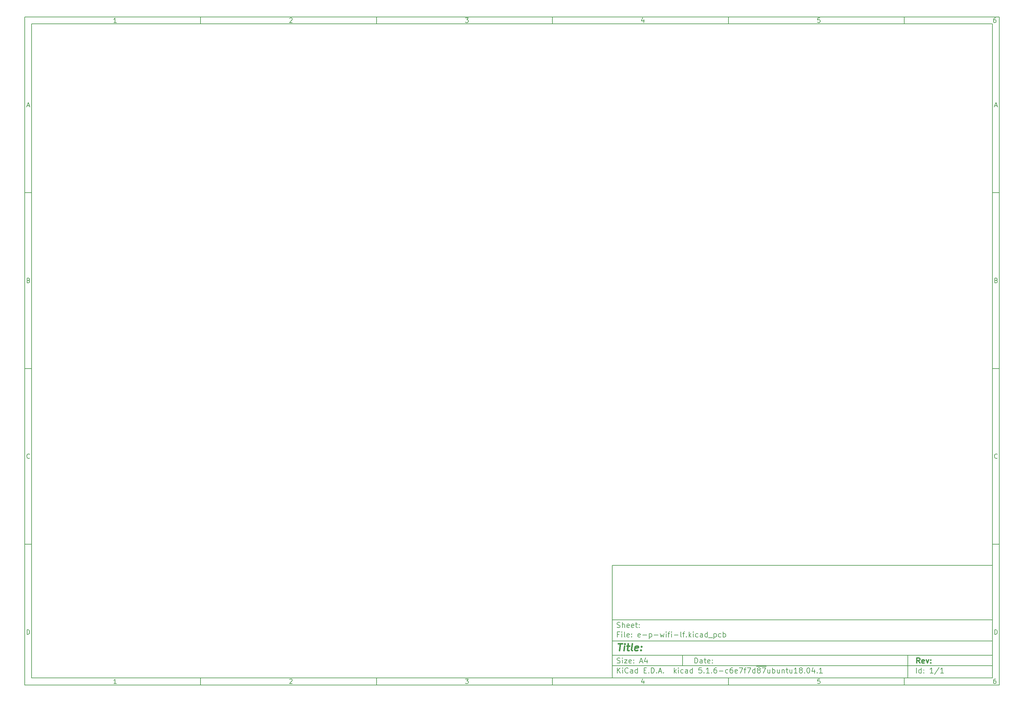
<source format=gbr>
%TF.GenerationSoftware,KiCad,Pcbnew,5.1.6-c6e7f7d~87~ubuntu18.04.1*%
%TF.CreationDate,2022-01-03T17:12:36+01:00*%
%TF.ProjectId,e-p-wifi-lf,652d702d-7769-4666-992d-6c662e6b6963,rev?*%
%TF.SameCoordinates,Original*%
%TF.FileFunction,Paste,Top*%
%TF.FilePolarity,Positive*%
%FSLAX46Y46*%
G04 Gerber Fmt 4.6, Leading zero omitted, Abs format (unit mm)*
G04 Created by KiCad (PCBNEW 5.1.6-c6e7f7d~87~ubuntu18.04.1) date 2022-01-03 17:12:36*
%MOMM*%
%LPD*%
G01*
G04 APERTURE LIST*
%ADD10C,0.100000*%
%ADD11C,0.150000*%
%ADD12C,0.300000*%
%ADD13C,0.400000*%
G04 APERTURE END LIST*
D10*
D11*
X177002200Y-166007200D02*
X177002200Y-198007200D01*
X285002200Y-198007200D01*
X285002200Y-166007200D01*
X177002200Y-166007200D01*
D10*
D11*
X10000000Y-10000000D02*
X10000000Y-200007200D01*
X287002200Y-200007200D01*
X287002200Y-10000000D01*
X10000000Y-10000000D01*
D10*
D11*
X12000000Y-12000000D02*
X12000000Y-198007200D01*
X285002200Y-198007200D01*
X285002200Y-12000000D01*
X12000000Y-12000000D01*
D10*
D11*
X60000000Y-12000000D02*
X60000000Y-10000000D01*
D10*
D11*
X110000000Y-12000000D02*
X110000000Y-10000000D01*
D10*
D11*
X160000000Y-12000000D02*
X160000000Y-10000000D01*
D10*
D11*
X210000000Y-12000000D02*
X210000000Y-10000000D01*
D10*
D11*
X260000000Y-12000000D02*
X260000000Y-10000000D01*
D10*
D11*
X36065476Y-11588095D02*
X35322619Y-11588095D01*
X35694047Y-11588095D02*
X35694047Y-10288095D01*
X35570238Y-10473809D01*
X35446428Y-10597619D01*
X35322619Y-10659523D01*
D10*
D11*
X85322619Y-10411904D02*
X85384523Y-10350000D01*
X85508333Y-10288095D01*
X85817857Y-10288095D01*
X85941666Y-10350000D01*
X86003571Y-10411904D01*
X86065476Y-10535714D01*
X86065476Y-10659523D01*
X86003571Y-10845238D01*
X85260714Y-11588095D01*
X86065476Y-11588095D01*
D10*
D11*
X135260714Y-10288095D02*
X136065476Y-10288095D01*
X135632142Y-10783333D01*
X135817857Y-10783333D01*
X135941666Y-10845238D01*
X136003571Y-10907142D01*
X136065476Y-11030952D01*
X136065476Y-11340476D01*
X136003571Y-11464285D01*
X135941666Y-11526190D01*
X135817857Y-11588095D01*
X135446428Y-11588095D01*
X135322619Y-11526190D01*
X135260714Y-11464285D01*
D10*
D11*
X185941666Y-10721428D02*
X185941666Y-11588095D01*
X185632142Y-10226190D02*
X185322619Y-11154761D01*
X186127380Y-11154761D01*
D10*
D11*
X236003571Y-10288095D02*
X235384523Y-10288095D01*
X235322619Y-10907142D01*
X235384523Y-10845238D01*
X235508333Y-10783333D01*
X235817857Y-10783333D01*
X235941666Y-10845238D01*
X236003571Y-10907142D01*
X236065476Y-11030952D01*
X236065476Y-11340476D01*
X236003571Y-11464285D01*
X235941666Y-11526190D01*
X235817857Y-11588095D01*
X235508333Y-11588095D01*
X235384523Y-11526190D01*
X235322619Y-11464285D01*
D10*
D11*
X285941666Y-10288095D02*
X285694047Y-10288095D01*
X285570238Y-10350000D01*
X285508333Y-10411904D01*
X285384523Y-10597619D01*
X285322619Y-10845238D01*
X285322619Y-11340476D01*
X285384523Y-11464285D01*
X285446428Y-11526190D01*
X285570238Y-11588095D01*
X285817857Y-11588095D01*
X285941666Y-11526190D01*
X286003571Y-11464285D01*
X286065476Y-11340476D01*
X286065476Y-11030952D01*
X286003571Y-10907142D01*
X285941666Y-10845238D01*
X285817857Y-10783333D01*
X285570238Y-10783333D01*
X285446428Y-10845238D01*
X285384523Y-10907142D01*
X285322619Y-11030952D01*
D10*
D11*
X60000000Y-198007200D02*
X60000000Y-200007200D01*
D10*
D11*
X110000000Y-198007200D02*
X110000000Y-200007200D01*
D10*
D11*
X160000000Y-198007200D02*
X160000000Y-200007200D01*
D10*
D11*
X210000000Y-198007200D02*
X210000000Y-200007200D01*
D10*
D11*
X260000000Y-198007200D02*
X260000000Y-200007200D01*
D10*
D11*
X36065476Y-199595295D02*
X35322619Y-199595295D01*
X35694047Y-199595295D02*
X35694047Y-198295295D01*
X35570238Y-198481009D01*
X35446428Y-198604819D01*
X35322619Y-198666723D01*
D10*
D11*
X85322619Y-198419104D02*
X85384523Y-198357200D01*
X85508333Y-198295295D01*
X85817857Y-198295295D01*
X85941666Y-198357200D01*
X86003571Y-198419104D01*
X86065476Y-198542914D01*
X86065476Y-198666723D01*
X86003571Y-198852438D01*
X85260714Y-199595295D01*
X86065476Y-199595295D01*
D10*
D11*
X135260714Y-198295295D02*
X136065476Y-198295295D01*
X135632142Y-198790533D01*
X135817857Y-198790533D01*
X135941666Y-198852438D01*
X136003571Y-198914342D01*
X136065476Y-199038152D01*
X136065476Y-199347676D01*
X136003571Y-199471485D01*
X135941666Y-199533390D01*
X135817857Y-199595295D01*
X135446428Y-199595295D01*
X135322619Y-199533390D01*
X135260714Y-199471485D01*
D10*
D11*
X185941666Y-198728628D02*
X185941666Y-199595295D01*
X185632142Y-198233390D02*
X185322619Y-199161961D01*
X186127380Y-199161961D01*
D10*
D11*
X236003571Y-198295295D02*
X235384523Y-198295295D01*
X235322619Y-198914342D01*
X235384523Y-198852438D01*
X235508333Y-198790533D01*
X235817857Y-198790533D01*
X235941666Y-198852438D01*
X236003571Y-198914342D01*
X236065476Y-199038152D01*
X236065476Y-199347676D01*
X236003571Y-199471485D01*
X235941666Y-199533390D01*
X235817857Y-199595295D01*
X235508333Y-199595295D01*
X235384523Y-199533390D01*
X235322619Y-199471485D01*
D10*
D11*
X285941666Y-198295295D02*
X285694047Y-198295295D01*
X285570238Y-198357200D01*
X285508333Y-198419104D01*
X285384523Y-198604819D01*
X285322619Y-198852438D01*
X285322619Y-199347676D01*
X285384523Y-199471485D01*
X285446428Y-199533390D01*
X285570238Y-199595295D01*
X285817857Y-199595295D01*
X285941666Y-199533390D01*
X286003571Y-199471485D01*
X286065476Y-199347676D01*
X286065476Y-199038152D01*
X286003571Y-198914342D01*
X285941666Y-198852438D01*
X285817857Y-198790533D01*
X285570238Y-198790533D01*
X285446428Y-198852438D01*
X285384523Y-198914342D01*
X285322619Y-199038152D01*
D10*
D11*
X10000000Y-60000000D02*
X12000000Y-60000000D01*
D10*
D11*
X10000000Y-110000000D02*
X12000000Y-110000000D01*
D10*
D11*
X10000000Y-160000000D02*
X12000000Y-160000000D01*
D10*
D11*
X10690476Y-35216666D02*
X11309523Y-35216666D01*
X10566666Y-35588095D02*
X11000000Y-34288095D01*
X11433333Y-35588095D01*
D10*
D11*
X11092857Y-84907142D02*
X11278571Y-84969047D01*
X11340476Y-85030952D01*
X11402380Y-85154761D01*
X11402380Y-85340476D01*
X11340476Y-85464285D01*
X11278571Y-85526190D01*
X11154761Y-85588095D01*
X10659523Y-85588095D01*
X10659523Y-84288095D01*
X11092857Y-84288095D01*
X11216666Y-84350000D01*
X11278571Y-84411904D01*
X11340476Y-84535714D01*
X11340476Y-84659523D01*
X11278571Y-84783333D01*
X11216666Y-84845238D01*
X11092857Y-84907142D01*
X10659523Y-84907142D01*
D10*
D11*
X11402380Y-135464285D02*
X11340476Y-135526190D01*
X11154761Y-135588095D01*
X11030952Y-135588095D01*
X10845238Y-135526190D01*
X10721428Y-135402380D01*
X10659523Y-135278571D01*
X10597619Y-135030952D01*
X10597619Y-134845238D01*
X10659523Y-134597619D01*
X10721428Y-134473809D01*
X10845238Y-134350000D01*
X11030952Y-134288095D01*
X11154761Y-134288095D01*
X11340476Y-134350000D01*
X11402380Y-134411904D01*
D10*
D11*
X10659523Y-185588095D02*
X10659523Y-184288095D01*
X10969047Y-184288095D01*
X11154761Y-184350000D01*
X11278571Y-184473809D01*
X11340476Y-184597619D01*
X11402380Y-184845238D01*
X11402380Y-185030952D01*
X11340476Y-185278571D01*
X11278571Y-185402380D01*
X11154761Y-185526190D01*
X10969047Y-185588095D01*
X10659523Y-185588095D01*
D10*
D11*
X287002200Y-60000000D02*
X285002200Y-60000000D01*
D10*
D11*
X287002200Y-110000000D02*
X285002200Y-110000000D01*
D10*
D11*
X287002200Y-160000000D02*
X285002200Y-160000000D01*
D10*
D11*
X285692676Y-35216666D02*
X286311723Y-35216666D01*
X285568866Y-35588095D02*
X286002200Y-34288095D01*
X286435533Y-35588095D01*
D10*
D11*
X286095057Y-84907142D02*
X286280771Y-84969047D01*
X286342676Y-85030952D01*
X286404580Y-85154761D01*
X286404580Y-85340476D01*
X286342676Y-85464285D01*
X286280771Y-85526190D01*
X286156961Y-85588095D01*
X285661723Y-85588095D01*
X285661723Y-84288095D01*
X286095057Y-84288095D01*
X286218866Y-84350000D01*
X286280771Y-84411904D01*
X286342676Y-84535714D01*
X286342676Y-84659523D01*
X286280771Y-84783333D01*
X286218866Y-84845238D01*
X286095057Y-84907142D01*
X285661723Y-84907142D01*
D10*
D11*
X286404580Y-135464285D02*
X286342676Y-135526190D01*
X286156961Y-135588095D01*
X286033152Y-135588095D01*
X285847438Y-135526190D01*
X285723628Y-135402380D01*
X285661723Y-135278571D01*
X285599819Y-135030952D01*
X285599819Y-134845238D01*
X285661723Y-134597619D01*
X285723628Y-134473809D01*
X285847438Y-134350000D01*
X286033152Y-134288095D01*
X286156961Y-134288095D01*
X286342676Y-134350000D01*
X286404580Y-134411904D01*
D10*
D11*
X285661723Y-185588095D02*
X285661723Y-184288095D01*
X285971247Y-184288095D01*
X286156961Y-184350000D01*
X286280771Y-184473809D01*
X286342676Y-184597619D01*
X286404580Y-184845238D01*
X286404580Y-185030952D01*
X286342676Y-185278571D01*
X286280771Y-185402380D01*
X286156961Y-185526190D01*
X285971247Y-185588095D01*
X285661723Y-185588095D01*
D10*
D11*
X200434342Y-193785771D02*
X200434342Y-192285771D01*
X200791485Y-192285771D01*
X201005771Y-192357200D01*
X201148628Y-192500057D01*
X201220057Y-192642914D01*
X201291485Y-192928628D01*
X201291485Y-193142914D01*
X201220057Y-193428628D01*
X201148628Y-193571485D01*
X201005771Y-193714342D01*
X200791485Y-193785771D01*
X200434342Y-193785771D01*
X202577200Y-193785771D02*
X202577200Y-193000057D01*
X202505771Y-192857200D01*
X202362914Y-192785771D01*
X202077200Y-192785771D01*
X201934342Y-192857200D01*
X202577200Y-193714342D02*
X202434342Y-193785771D01*
X202077200Y-193785771D01*
X201934342Y-193714342D01*
X201862914Y-193571485D01*
X201862914Y-193428628D01*
X201934342Y-193285771D01*
X202077200Y-193214342D01*
X202434342Y-193214342D01*
X202577200Y-193142914D01*
X203077200Y-192785771D02*
X203648628Y-192785771D01*
X203291485Y-192285771D02*
X203291485Y-193571485D01*
X203362914Y-193714342D01*
X203505771Y-193785771D01*
X203648628Y-193785771D01*
X204720057Y-193714342D02*
X204577200Y-193785771D01*
X204291485Y-193785771D01*
X204148628Y-193714342D01*
X204077200Y-193571485D01*
X204077200Y-193000057D01*
X204148628Y-192857200D01*
X204291485Y-192785771D01*
X204577200Y-192785771D01*
X204720057Y-192857200D01*
X204791485Y-193000057D01*
X204791485Y-193142914D01*
X204077200Y-193285771D01*
X205434342Y-193642914D02*
X205505771Y-193714342D01*
X205434342Y-193785771D01*
X205362914Y-193714342D01*
X205434342Y-193642914D01*
X205434342Y-193785771D01*
X205434342Y-192857200D02*
X205505771Y-192928628D01*
X205434342Y-193000057D01*
X205362914Y-192928628D01*
X205434342Y-192857200D01*
X205434342Y-193000057D01*
D10*
D11*
X177002200Y-194507200D02*
X285002200Y-194507200D01*
D10*
D11*
X178434342Y-196585771D02*
X178434342Y-195085771D01*
X179291485Y-196585771D02*
X178648628Y-195728628D01*
X179291485Y-195085771D02*
X178434342Y-195942914D01*
X179934342Y-196585771D02*
X179934342Y-195585771D01*
X179934342Y-195085771D02*
X179862914Y-195157200D01*
X179934342Y-195228628D01*
X180005771Y-195157200D01*
X179934342Y-195085771D01*
X179934342Y-195228628D01*
X181505771Y-196442914D02*
X181434342Y-196514342D01*
X181220057Y-196585771D01*
X181077200Y-196585771D01*
X180862914Y-196514342D01*
X180720057Y-196371485D01*
X180648628Y-196228628D01*
X180577200Y-195942914D01*
X180577200Y-195728628D01*
X180648628Y-195442914D01*
X180720057Y-195300057D01*
X180862914Y-195157200D01*
X181077200Y-195085771D01*
X181220057Y-195085771D01*
X181434342Y-195157200D01*
X181505771Y-195228628D01*
X182791485Y-196585771D02*
X182791485Y-195800057D01*
X182720057Y-195657200D01*
X182577200Y-195585771D01*
X182291485Y-195585771D01*
X182148628Y-195657200D01*
X182791485Y-196514342D02*
X182648628Y-196585771D01*
X182291485Y-196585771D01*
X182148628Y-196514342D01*
X182077200Y-196371485D01*
X182077200Y-196228628D01*
X182148628Y-196085771D01*
X182291485Y-196014342D01*
X182648628Y-196014342D01*
X182791485Y-195942914D01*
X184148628Y-196585771D02*
X184148628Y-195085771D01*
X184148628Y-196514342D02*
X184005771Y-196585771D01*
X183720057Y-196585771D01*
X183577200Y-196514342D01*
X183505771Y-196442914D01*
X183434342Y-196300057D01*
X183434342Y-195871485D01*
X183505771Y-195728628D01*
X183577200Y-195657200D01*
X183720057Y-195585771D01*
X184005771Y-195585771D01*
X184148628Y-195657200D01*
X186005771Y-195800057D02*
X186505771Y-195800057D01*
X186720057Y-196585771D02*
X186005771Y-196585771D01*
X186005771Y-195085771D01*
X186720057Y-195085771D01*
X187362914Y-196442914D02*
X187434342Y-196514342D01*
X187362914Y-196585771D01*
X187291485Y-196514342D01*
X187362914Y-196442914D01*
X187362914Y-196585771D01*
X188077200Y-196585771D02*
X188077200Y-195085771D01*
X188434342Y-195085771D01*
X188648628Y-195157200D01*
X188791485Y-195300057D01*
X188862914Y-195442914D01*
X188934342Y-195728628D01*
X188934342Y-195942914D01*
X188862914Y-196228628D01*
X188791485Y-196371485D01*
X188648628Y-196514342D01*
X188434342Y-196585771D01*
X188077200Y-196585771D01*
X189577200Y-196442914D02*
X189648628Y-196514342D01*
X189577200Y-196585771D01*
X189505771Y-196514342D01*
X189577200Y-196442914D01*
X189577200Y-196585771D01*
X190220057Y-196157200D02*
X190934342Y-196157200D01*
X190077200Y-196585771D02*
X190577200Y-195085771D01*
X191077200Y-196585771D01*
X191577200Y-196442914D02*
X191648628Y-196514342D01*
X191577200Y-196585771D01*
X191505771Y-196514342D01*
X191577200Y-196442914D01*
X191577200Y-196585771D01*
X194577200Y-196585771D02*
X194577200Y-195085771D01*
X194720057Y-196014342D02*
X195148628Y-196585771D01*
X195148628Y-195585771D02*
X194577200Y-196157200D01*
X195791485Y-196585771D02*
X195791485Y-195585771D01*
X195791485Y-195085771D02*
X195720057Y-195157200D01*
X195791485Y-195228628D01*
X195862914Y-195157200D01*
X195791485Y-195085771D01*
X195791485Y-195228628D01*
X197148628Y-196514342D02*
X197005771Y-196585771D01*
X196720057Y-196585771D01*
X196577200Y-196514342D01*
X196505771Y-196442914D01*
X196434342Y-196300057D01*
X196434342Y-195871485D01*
X196505771Y-195728628D01*
X196577200Y-195657200D01*
X196720057Y-195585771D01*
X197005771Y-195585771D01*
X197148628Y-195657200D01*
X198434342Y-196585771D02*
X198434342Y-195800057D01*
X198362914Y-195657200D01*
X198220057Y-195585771D01*
X197934342Y-195585771D01*
X197791485Y-195657200D01*
X198434342Y-196514342D02*
X198291485Y-196585771D01*
X197934342Y-196585771D01*
X197791485Y-196514342D01*
X197720057Y-196371485D01*
X197720057Y-196228628D01*
X197791485Y-196085771D01*
X197934342Y-196014342D01*
X198291485Y-196014342D01*
X198434342Y-195942914D01*
X199791485Y-196585771D02*
X199791485Y-195085771D01*
X199791485Y-196514342D02*
X199648628Y-196585771D01*
X199362914Y-196585771D01*
X199220057Y-196514342D01*
X199148628Y-196442914D01*
X199077200Y-196300057D01*
X199077200Y-195871485D01*
X199148628Y-195728628D01*
X199220057Y-195657200D01*
X199362914Y-195585771D01*
X199648628Y-195585771D01*
X199791485Y-195657200D01*
X202362914Y-195085771D02*
X201648628Y-195085771D01*
X201577200Y-195800057D01*
X201648628Y-195728628D01*
X201791485Y-195657200D01*
X202148628Y-195657200D01*
X202291485Y-195728628D01*
X202362914Y-195800057D01*
X202434342Y-195942914D01*
X202434342Y-196300057D01*
X202362914Y-196442914D01*
X202291485Y-196514342D01*
X202148628Y-196585771D01*
X201791485Y-196585771D01*
X201648628Y-196514342D01*
X201577200Y-196442914D01*
X203077200Y-196442914D02*
X203148628Y-196514342D01*
X203077200Y-196585771D01*
X203005771Y-196514342D01*
X203077200Y-196442914D01*
X203077200Y-196585771D01*
X204577200Y-196585771D02*
X203720057Y-196585771D01*
X204148628Y-196585771D02*
X204148628Y-195085771D01*
X204005771Y-195300057D01*
X203862914Y-195442914D01*
X203720057Y-195514342D01*
X205220057Y-196442914D02*
X205291485Y-196514342D01*
X205220057Y-196585771D01*
X205148628Y-196514342D01*
X205220057Y-196442914D01*
X205220057Y-196585771D01*
X206577200Y-195085771D02*
X206291485Y-195085771D01*
X206148628Y-195157200D01*
X206077200Y-195228628D01*
X205934342Y-195442914D01*
X205862914Y-195728628D01*
X205862914Y-196300057D01*
X205934342Y-196442914D01*
X206005771Y-196514342D01*
X206148628Y-196585771D01*
X206434342Y-196585771D01*
X206577200Y-196514342D01*
X206648628Y-196442914D01*
X206720057Y-196300057D01*
X206720057Y-195942914D01*
X206648628Y-195800057D01*
X206577200Y-195728628D01*
X206434342Y-195657200D01*
X206148628Y-195657200D01*
X206005771Y-195728628D01*
X205934342Y-195800057D01*
X205862914Y-195942914D01*
X207362914Y-196014342D02*
X208505771Y-196014342D01*
X209862914Y-196514342D02*
X209720057Y-196585771D01*
X209434342Y-196585771D01*
X209291485Y-196514342D01*
X209220057Y-196442914D01*
X209148628Y-196300057D01*
X209148628Y-195871485D01*
X209220057Y-195728628D01*
X209291485Y-195657200D01*
X209434342Y-195585771D01*
X209720057Y-195585771D01*
X209862914Y-195657200D01*
X211148628Y-195085771D02*
X210862914Y-195085771D01*
X210720057Y-195157200D01*
X210648628Y-195228628D01*
X210505771Y-195442914D01*
X210434342Y-195728628D01*
X210434342Y-196300057D01*
X210505771Y-196442914D01*
X210577200Y-196514342D01*
X210720057Y-196585771D01*
X211005771Y-196585771D01*
X211148628Y-196514342D01*
X211220057Y-196442914D01*
X211291485Y-196300057D01*
X211291485Y-195942914D01*
X211220057Y-195800057D01*
X211148628Y-195728628D01*
X211005771Y-195657200D01*
X210720057Y-195657200D01*
X210577200Y-195728628D01*
X210505771Y-195800057D01*
X210434342Y-195942914D01*
X212505771Y-196514342D02*
X212362914Y-196585771D01*
X212077200Y-196585771D01*
X211934342Y-196514342D01*
X211862914Y-196371485D01*
X211862914Y-195800057D01*
X211934342Y-195657200D01*
X212077200Y-195585771D01*
X212362914Y-195585771D01*
X212505771Y-195657200D01*
X212577200Y-195800057D01*
X212577200Y-195942914D01*
X211862914Y-196085771D01*
X213077200Y-195085771D02*
X214077200Y-195085771D01*
X213434342Y-196585771D01*
X214434342Y-195585771D02*
X215005771Y-195585771D01*
X214648628Y-196585771D02*
X214648628Y-195300057D01*
X214720057Y-195157200D01*
X214862914Y-195085771D01*
X215005771Y-195085771D01*
X215362914Y-195085771D02*
X216362914Y-195085771D01*
X215720057Y-196585771D01*
X217577200Y-196585771D02*
X217577200Y-195085771D01*
X217577200Y-196514342D02*
X217434342Y-196585771D01*
X217148628Y-196585771D01*
X217005771Y-196514342D01*
X216934342Y-196442914D01*
X216862914Y-196300057D01*
X216862914Y-195871485D01*
X216934342Y-195728628D01*
X217005771Y-195657200D01*
X217148628Y-195585771D01*
X217434342Y-195585771D01*
X217577200Y-195657200D01*
X217934342Y-194677200D02*
X219362914Y-194677200D01*
X218505771Y-195728628D02*
X218362914Y-195657200D01*
X218291485Y-195585771D01*
X218220057Y-195442914D01*
X218220057Y-195371485D01*
X218291485Y-195228628D01*
X218362914Y-195157200D01*
X218505771Y-195085771D01*
X218791485Y-195085771D01*
X218934342Y-195157200D01*
X219005771Y-195228628D01*
X219077200Y-195371485D01*
X219077200Y-195442914D01*
X219005771Y-195585771D01*
X218934342Y-195657200D01*
X218791485Y-195728628D01*
X218505771Y-195728628D01*
X218362914Y-195800057D01*
X218291485Y-195871485D01*
X218220057Y-196014342D01*
X218220057Y-196300057D01*
X218291485Y-196442914D01*
X218362914Y-196514342D01*
X218505771Y-196585771D01*
X218791485Y-196585771D01*
X218934342Y-196514342D01*
X219005771Y-196442914D01*
X219077200Y-196300057D01*
X219077200Y-196014342D01*
X219005771Y-195871485D01*
X218934342Y-195800057D01*
X218791485Y-195728628D01*
X219362914Y-194677200D02*
X220791485Y-194677200D01*
X219577200Y-195085771D02*
X220577200Y-195085771D01*
X219934342Y-196585771D01*
X221791485Y-195585771D02*
X221791485Y-196585771D01*
X221148628Y-195585771D02*
X221148628Y-196371485D01*
X221220057Y-196514342D01*
X221362914Y-196585771D01*
X221577200Y-196585771D01*
X221720057Y-196514342D01*
X221791485Y-196442914D01*
X222505771Y-196585771D02*
X222505771Y-195085771D01*
X222505771Y-195657200D02*
X222648628Y-195585771D01*
X222934342Y-195585771D01*
X223077200Y-195657200D01*
X223148628Y-195728628D01*
X223220057Y-195871485D01*
X223220057Y-196300057D01*
X223148628Y-196442914D01*
X223077200Y-196514342D01*
X222934342Y-196585771D01*
X222648628Y-196585771D01*
X222505771Y-196514342D01*
X224505771Y-195585771D02*
X224505771Y-196585771D01*
X223862914Y-195585771D02*
X223862914Y-196371485D01*
X223934342Y-196514342D01*
X224077200Y-196585771D01*
X224291485Y-196585771D01*
X224434342Y-196514342D01*
X224505771Y-196442914D01*
X225220057Y-195585771D02*
X225220057Y-196585771D01*
X225220057Y-195728628D02*
X225291485Y-195657200D01*
X225434342Y-195585771D01*
X225648628Y-195585771D01*
X225791485Y-195657200D01*
X225862914Y-195800057D01*
X225862914Y-196585771D01*
X226362914Y-195585771D02*
X226934342Y-195585771D01*
X226577200Y-195085771D02*
X226577200Y-196371485D01*
X226648628Y-196514342D01*
X226791485Y-196585771D01*
X226934342Y-196585771D01*
X228077200Y-195585771D02*
X228077200Y-196585771D01*
X227434342Y-195585771D02*
X227434342Y-196371485D01*
X227505771Y-196514342D01*
X227648628Y-196585771D01*
X227862914Y-196585771D01*
X228005771Y-196514342D01*
X228077200Y-196442914D01*
X229577200Y-196585771D02*
X228720057Y-196585771D01*
X229148628Y-196585771D02*
X229148628Y-195085771D01*
X229005771Y-195300057D01*
X228862914Y-195442914D01*
X228720057Y-195514342D01*
X230434342Y-195728628D02*
X230291485Y-195657200D01*
X230220057Y-195585771D01*
X230148628Y-195442914D01*
X230148628Y-195371485D01*
X230220057Y-195228628D01*
X230291485Y-195157200D01*
X230434342Y-195085771D01*
X230720057Y-195085771D01*
X230862914Y-195157200D01*
X230934342Y-195228628D01*
X231005771Y-195371485D01*
X231005771Y-195442914D01*
X230934342Y-195585771D01*
X230862914Y-195657200D01*
X230720057Y-195728628D01*
X230434342Y-195728628D01*
X230291485Y-195800057D01*
X230220057Y-195871485D01*
X230148628Y-196014342D01*
X230148628Y-196300057D01*
X230220057Y-196442914D01*
X230291485Y-196514342D01*
X230434342Y-196585771D01*
X230720057Y-196585771D01*
X230862914Y-196514342D01*
X230934342Y-196442914D01*
X231005771Y-196300057D01*
X231005771Y-196014342D01*
X230934342Y-195871485D01*
X230862914Y-195800057D01*
X230720057Y-195728628D01*
X231648628Y-196442914D02*
X231720057Y-196514342D01*
X231648628Y-196585771D01*
X231577200Y-196514342D01*
X231648628Y-196442914D01*
X231648628Y-196585771D01*
X232648628Y-195085771D02*
X232791485Y-195085771D01*
X232934342Y-195157200D01*
X233005771Y-195228628D01*
X233077200Y-195371485D01*
X233148628Y-195657200D01*
X233148628Y-196014342D01*
X233077200Y-196300057D01*
X233005771Y-196442914D01*
X232934342Y-196514342D01*
X232791485Y-196585771D01*
X232648628Y-196585771D01*
X232505771Y-196514342D01*
X232434342Y-196442914D01*
X232362914Y-196300057D01*
X232291485Y-196014342D01*
X232291485Y-195657200D01*
X232362914Y-195371485D01*
X232434342Y-195228628D01*
X232505771Y-195157200D01*
X232648628Y-195085771D01*
X234434342Y-195585771D02*
X234434342Y-196585771D01*
X234077200Y-195014342D02*
X233720057Y-196085771D01*
X234648628Y-196085771D01*
X235220057Y-196442914D02*
X235291485Y-196514342D01*
X235220057Y-196585771D01*
X235148628Y-196514342D01*
X235220057Y-196442914D01*
X235220057Y-196585771D01*
X236720057Y-196585771D02*
X235862914Y-196585771D01*
X236291485Y-196585771D02*
X236291485Y-195085771D01*
X236148628Y-195300057D01*
X236005771Y-195442914D01*
X235862914Y-195514342D01*
D10*
D11*
X177002200Y-191507200D02*
X285002200Y-191507200D01*
D10*
D12*
X264411485Y-193785771D02*
X263911485Y-193071485D01*
X263554342Y-193785771D02*
X263554342Y-192285771D01*
X264125771Y-192285771D01*
X264268628Y-192357200D01*
X264340057Y-192428628D01*
X264411485Y-192571485D01*
X264411485Y-192785771D01*
X264340057Y-192928628D01*
X264268628Y-193000057D01*
X264125771Y-193071485D01*
X263554342Y-193071485D01*
X265625771Y-193714342D02*
X265482914Y-193785771D01*
X265197200Y-193785771D01*
X265054342Y-193714342D01*
X264982914Y-193571485D01*
X264982914Y-193000057D01*
X265054342Y-192857200D01*
X265197200Y-192785771D01*
X265482914Y-192785771D01*
X265625771Y-192857200D01*
X265697200Y-193000057D01*
X265697200Y-193142914D01*
X264982914Y-193285771D01*
X266197200Y-192785771D02*
X266554342Y-193785771D01*
X266911485Y-192785771D01*
X267482914Y-193642914D02*
X267554342Y-193714342D01*
X267482914Y-193785771D01*
X267411485Y-193714342D01*
X267482914Y-193642914D01*
X267482914Y-193785771D01*
X267482914Y-192857200D02*
X267554342Y-192928628D01*
X267482914Y-193000057D01*
X267411485Y-192928628D01*
X267482914Y-192857200D01*
X267482914Y-193000057D01*
D10*
D11*
X178362914Y-193714342D02*
X178577200Y-193785771D01*
X178934342Y-193785771D01*
X179077200Y-193714342D01*
X179148628Y-193642914D01*
X179220057Y-193500057D01*
X179220057Y-193357200D01*
X179148628Y-193214342D01*
X179077200Y-193142914D01*
X178934342Y-193071485D01*
X178648628Y-193000057D01*
X178505771Y-192928628D01*
X178434342Y-192857200D01*
X178362914Y-192714342D01*
X178362914Y-192571485D01*
X178434342Y-192428628D01*
X178505771Y-192357200D01*
X178648628Y-192285771D01*
X179005771Y-192285771D01*
X179220057Y-192357200D01*
X179862914Y-193785771D02*
X179862914Y-192785771D01*
X179862914Y-192285771D02*
X179791485Y-192357200D01*
X179862914Y-192428628D01*
X179934342Y-192357200D01*
X179862914Y-192285771D01*
X179862914Y-192428628D01*
X180434342Y-192785771D02*
X181220057Y-192785771D01*
X180434342Y-193785771D01*
X181220057Y-193785771D01*
X182362914Y-193714342D02*
X182220057Y-193785771D01*
X181934342Y-193785771D01*
X181791485Y-193714342D01*
X181720057Y-193571485D01*
X181720057Y-193000057D01*
X181791485Y-192857200D01*
X181934342Y-192785771D01*
X182220057Y-192785771D01*
X182362914Y-192857200D01*
X182434342Y-193000057D01*
X182434342Y-193142914D01*
X181720057Y-193285771D01*
X183077200Y-193642914D02*
X183148628Y-193714342D01*
X183077200Y-193785771D01*
X183005771Y-193714342D01*
X183077200Y-193642914D01*
X183077200Y-193785771D01*
X183077200Y-192857200D02*
X183148628Y-192928628D01*
X183077200Y-193000057D01*
X183005771Y-192928628D01*
X183077200Y-192857200D01*
X183077200Y-193000057D01*
X184862914Y-193357200D02*
X185577200Y-193357200D01*
X184720057Y-193785771D02*
X185220057Y-192285771D01*
X185720057Y-193785771D01*
X186862914Y-192785771D02*
X186862914Y-193785771D01*
X186505771Y-192214342D02*
X186148628Y-193285771D01*
X187077200Y-193285771D01*
D10*
D11*
X263434342Y-196585771D02*
X263434342Y-195085771D01*
X264791485Y-196585771D02*
X264791485Y-195085771D01*
X264791485Y-196514342D02*
X264648628Y-196585771D01*
X264362914Y-196585771D01*
X264220057Y-196514342D01*
X264148628Y-196442914D01*
X264077200Y-196300057D01*
X264077200Y-195871485D01*
X264148628Y-195728628D01*
X264220057Y-195657200D01*
X264362914Y-195585771D01*
X264648628Y-195585771D01*
X264791485Y-195657200D01*
X265505771Y-196442914D02*
X265577200Y-196514342D01*
X265505771Y-196585771D01*
X265434342Y-196514342D01*
X265505771Y-196442914D01*
X265505771Y-196585771D01*
X265505771Y-195657200D02*
X265577200Y-195728628D01*
X265505771Y-195800057D01*
X265434342Y-195728628D01*
X265505771Y-195657200D01*
X265505771Y-195800057D01*
X268148628Y-196585771D02*
X267291485Y-196585771D01*
X267720057Y-196585771D02*
X267720057Y-195085771D01*
X267577200Y-195300057D01*
X267434342Y-195442914D01*
X267291485Y-195514342D01*
X269862914Y-195014342D02*
X268577200Y-196942914D01*
X271148628Y-196585771D02*
X270291485Y-196585771D01*
X270720057Y-196585771D02*
X270720057Y-195085771D01*
X270577200Y-195300057D01*
X270434342Y-195442914D01*
X270291485Y-195514342D01*
D10*
D11*
X177002200Y-187507200D02*
X285002200Y-187507200D01*
D10*
D13*
X178714580Y-188211961D02*
X179857438Y-188211961D01*
X179036009Y-190211961D02*
X179286009Y-188211961D01*
X180274104Y-190211961D02*
X180440771Y-188878628D01*
X180524104Y-188211961D02*
X180416961Y-188307200D01*
X180500295Y-188402438D01*
X180607438Y-188307200D01*
X180524104Y-188211961D01*
X180500295Y-188402438D01*
X181107438Y-188878628D02*
X181869342Y-188878628D01*
X181476485Y-188211961D02*
X181262200Y-189926247D01*
X181333628Y-190116723D01*
X181512200Y-190211961D01*
X181702676Y-190211961D01*
X182655057Y-190211961D02*
X182476485Y-190116723D01*
X182405057Y-189926247D01*
X182619342Y-188211961D01*
X184190771Y-190116723D02*
X183988390Y-190211961D01*
X183607438Y-190211961D01*
X183428866Y-190116723D01*
X183357438Y-189926247D01*
X183452676Y-189164342D01*
X183571723Y-188973866D01*
X183774104Y-188878628D01*
X184155057Y-188878628D01*
X184333628Y-188973866D01*
X184405057Y-189164342D01*
X184381247Y-189354819D01*
X183405057Y-189545295D01*
X185155057Y-190021485D02*
X185238390Y-190116723D01*
X185131247Y-190211961D01*
X185047914Y-190116723D01*
X185155057Y-190021485D01*
X185131247Y-190211961D01*
X185286009Y-188973866D02*
X185369342Y-189069104D01*
X185262200Y-189164342D01*
X185178866Y-189069104D01*
X185286009Y-188973866D01*
X185262200Y-189164342D01*
D10*
D11*
X178934342Y-185600057D02*
X178434342Y-185600057D01*
X178434342Y-186385771D02*
X178434342Y-184885771D01*
X179148628Y-184885771D01*
X179720057Y-186385771D02*
X179720057Y-185385771D01*
X179720057Y-184885771D02*
X179648628Y-184957200D01*
X179720057Y-185028628D01*
X179791485Y-184957200D01*
X179720057Y-184885771D01*
X179720057Y-185028628D01*
X180648628Y-186385771D02*
X180505771Y-186314342D01*
X180434342Y-186171485D01*
X180434342Y-184885771D01*
X181791485Y-186314342D02*
X181648628Y-186385771D01*
X181362914Y-186385771D01*
X181220057Y-186314342D01*
X181148628Y-186171485D01*
X181148628Y-185600057D01*
X181220057Y-185457200D01*
X181362914Y-185385771D01*
X181648628Y-185385771D01*
X181791485Y-185457200D01*
X181862914Y-185600057D01*
X181862914Y-185742914D01*
X181148628Y-185885771D01*
X182505771Y-186242914D02*
X182577200Y-186314342D01*
X182505771Y-186385771D01*
X182434342Y-186314342D01*
X182505771Y-186242914D01*
X182505771Y-186385771D01*
X182505771Y-185457200D02*
X182577200Y-185528628D01*
X182505771Y-185600057D01*
X182434342Y-185528628D01*
X182505771Y-185457200D01*
X182505771Y-185600057D01*
X184934342Y-186314342D02*
X184791485Y-186385771D01*
X184505771Y-186385771D01*
X184362914Y-186314342D01*
X184291485Y-186171485D01*
X184291485Y-185600057D01*
X184362914Y-185457200D01*
X184505771Y-185385771D01*
X184791485Y-185385771D01*
X184934342Y-185457200D01*
X185005771Y-185600057D01*
X185005771Y-185742914D01*
X184291485Y-185885771D01*
X185648628Y-185814342D02*
X186791485Y-185814342D01*
X187505771Y-185385771D02*
X187505771Y-186885771D01*
X187505771Y-185457200D02*
X187648628Y-185385771D01*
X187934342Y-185385771D01*
X188077200Y-185457200D01*
X188148628Y-185528628D01*
X188220057Y-185671485D01*
X188220057Y-186100057D01*
X188148628Y-186242914D01*
X188077200Y-186314342D01*
X187934342Y-186385771D01*
X187648628Y-186385771D01*
X187505771Y-186314342D01*
X188862914Y-185814342D02*
X190005771Y-185814342D01*
X190577200Y-185385771D02*
X190862914Y-186385771D01*
X191148628Y-185671485D01*
X191434342Y-186385771D01*
X191720057Y-185385771D01*
X192291485Y-186385771D02*
X192291485Y-185385771D01*
X192291485Y-184885771D02*
X192220057Y-184957200D01*
X192291485Y-185028628D01*
X192362914Y-184957200D01*
X192291485Y-184885771D01*
X192291485Y-185028628D01*
X192791485Y-185385771D02*
X193362914Y-185385771D01*
X193005771Y-186385771D02*
X193005771Y-185100057D01*
X193077200Y-184957200D01*
X193220057Y-184885771D01*
X193362914Y-184885771D01*
X193862914Y-186385771D02*
X193862914Y-185385771D01*
X193862914Y-184885771D02*
X193791485Y-184957200D01*
X193862914Y-185028628D01*
X193934342Y-184957200D01*
X193862914Y-184885771D01*
X193862914Y-185028628D01*
X194577200Y-185814342D02*
X195720057Y-185814342D01*
X196648628Y-186385771D02*
X196505771Y-186314342D01*
X196434342Y-186171485D01*
X196434342Y-184885771D01*
X197005771Y-185385771D02*
X197577200Y-185385771D01*
X197220057Y-186385771D02*
X197220057Y-185100057D01*
X197291485Y-184957200D01*
X197434342Y-184885771D01*
X197577200Y-184885771D01*
X198077200Y-186242914D02*
X198148628Y-186314342D01*
X198077200Y-186385771D01*
X198005771Y-186314342D01*
X198077200Y-186242914D01*
X198077200Y-186385771D01*
X198791485Y-186385771D02*
X198791485Y-184885771D01*
X198934342Y-185814342D02*
X199362914Y-186385771D01*
X199362914Y-185385771D02*
X198791485Y-185957200D01*
X200005771Y-186385771D02*
X200005771Y-185385771D01*
X200005771Y-184885771D02*
X199934342Y-184957200D01*
X200005771Y-185028628D01*
X200077200Y-184957200D01*
X200005771Y-184885771D01*
X200005771Y-185028628D01*
X201362914Y-186314342D02*
X201220057Y-186385771D01*
X200934342Y-186385771D01*
X200791485Y-186314342D01*
X200720057Y-186242914D01*
X200648628Y-186100057D01*
X200648628Y-185671485D01*
X200720057Y-185528628D01*
X200791485Y-185457200D01*
X200934342Y-185385771D01*
X201220057Y-185385771D01*
X201362914Y-185457200D01*
X202648628Y-186385771D02*
X202648628Y-185600057D01*
X202577200Y-185457200D01*
X202434342Y-185385771D01*
X202148628Y-185385771D01*
X202005771Y-185457200D01*
X202648628Y-186314342D02*
X202505771Y-186385771D01*
X202148628Y-186385771D01*
X202005771Y-186314342D01*
X201934342Y-186171485D01*
X201934342Y-186028628D01*
X202005771Y-185885771D01*
X202148628Y-185814342D01*
X202505771Y-185814342D01*
X202648628Y-185742914D01*
X204005771Y-186385771D02*
X204005771Y-184885771D01*
X204005771Y-186314342D02*
X203862914Y-186385771D01*
X203577200Y-186385771D01*
X203434342Y-186314342D01*
X203362914Y-186242914D01*
X203291485Y-186100057D01*
X203291485Y-185671485D01*
X203362914Y-185528628D01*
X203434342Y-185457200D01*
X203577200Y-185385771D01*
X203862914Y-185385771D01*
X204005771Y-185457200D01*
X204362914Y-186528628D02*
X205505771Y-186528628D01*
X205862914Y-185385771D02*
X205862914Y-186885771D01*
X205862914Y-185457200D02*
X206005771Y-185385771D01*
X206291485Y-185385771D01*
X206434342Y-185457200D01*
X206505771Y-185528628D01*
X206577200Y-185671485D01*
X206577200Y-186100057D01*
X206505771Y-186242914D01*
X206434342Y-186314342D01*
X206291485Y-186385771D01*
X206005771Y-186385771D01*
X205862914Y-186314342D01*
X207862914Y-186314342D02*
X207720057Y-186385771D01*
X207434342Y-186385771D01*
X207291485Y-186314342D01*
X207220057Y-186242914D01*
X207148628Y-186100057D01*
X207148628Y-185671485D01*
X207220057Y-185528628D01*
X207291485Y-185457200D01*
X207434342Y-185385771D01*
X207720057Y-185385771D01*
X207862914Y-185457200D01*
X208505771Y-186385771D02*
X208505771Y-184885771D01*
X208505771Y-185457200D02*
X208648628Y-185385771D01*
X208934342Y-185385771D01*
X209077200Y-185457200D01*
X209148628Y-185528628D01*
X209220057Y-185671485D01*
X209220057Y-186100057D01*
X209148628Y-186242914D01*
X209077200Y-186314342D01*
X208934342Y-186385771D01*
X208648628Y-186385771D01*
X208505771Y-186314342D01*
D10*
D11*
X177002200Y-181507200D02*
X285002200Y-181507200D01*
D10*
D11*
X178362914Y-183614342D02*
X178577200Y-183685771D01*
X178934342Y-183685771D01*
X179077200Y-183614342D01*
X179148628Y-183542914D01*
X179220057Y-183400057D01*
X179220057Y-183257200D01*
X179148628Y-183114342D01*
X179077200Y-183042914D01*
X178934342Y-182971485D01*
X178648628Y-182900057D01*
X178505771Y-182828628D01*
X178434342Y-182757200D01*
X178362914Y-182614342D01*
X178362914Y-182471485D01*
X178434342Y-182328628D01*
X178505771Y-182257200D01*
X178648628Y-182185771D01*
X179005771Y-182185771D01*
X179220057Y-182257200D01*
X179862914Y-183685771D02*
X179862914Y-182185771D01*
X180505771Y-183685771D02*
X180505771Y-182900057D01*
X180434342Y-182757200D01*
X180291485Y-182685771D01*
X180077200Y-182685771D01*
X179934342Y-182757200D01*
X179862914Y-182828628D01*
X181791485Y-183614342D02*
X181648628Y-183685771D01*
X181362914Y-183685771D01*
X181220057Y-183614342D01*
X181148628Y-183471485D01*
X181148628Y-182900057D01*
X181220057Y-182757200D01*
X181362914Y-182685771D01*
X181648628Y-182685771D01*
X181791485Y-182757200D01*
X181862914Y-182900057D01*
X181862914Y-183042914D01*
X181148628Y-183185771D01*
X183077200Y-183614342D02*
X182934342Y-183685771D01*
X182648628Y-183685771D01*
X182505771Y-183614342D01*
X182434342Y-183471485D01*
X182434342Y-182900057D01*
X182505771Y-182757200D01*
X182648628Y-182685771D01*
X182934342Y-182685771D01*
X183077200Y-182757200D01*
X183148628Y-182900057D01*
X183148628Y-183042914D01*
X182434342Y-183185771D01*
X183577200Y-182685771D02*
X184148628Y-182685771D01*
X183791485Y-182185771D02*
X183791485Y-183471485D01*
X183862914Y-183614342D01*
X184005771Y-183685771D01*
X184148628Y-183685771D01*
X184648628Y-183542914D02*
X184720057Y-183614342D01*
X184648628Y-183685771D01*
X184577200Y-183614342D01*
X184648628Y-183542914D01*
X184648628Y-183685771D01*
X184648628Y-182757200D02*
X184720057Y-182828628D01*
X184648628Y-182900057D01*
X184577200Y-182828628D01*
X184648628Y-182757200D01*
X184648628Y-182900057D01*
D10*
D11*
X197002200Y-191507200D02*
X197002200Y-194507200D01*
D10*
D11*
X261002200Y-191507200D02*
X261002200Y-198007200D01*
M02*

</source>
